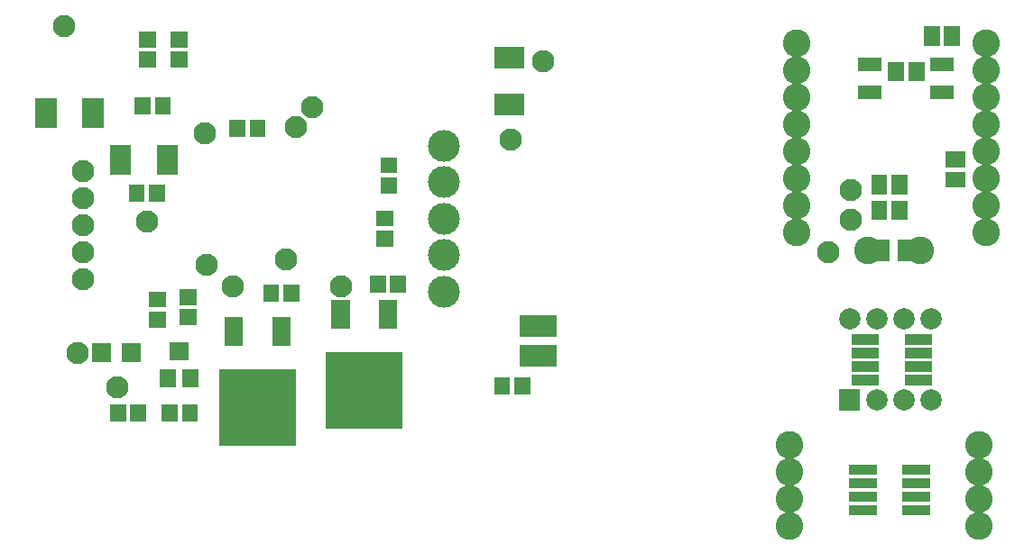
<source format=gbr>
%FSLAX32Y32*%
%MOMM*%
%LNLOETSTOP1*%
G71*
G01*
%ADD10C, 2.10*%
%ADD11C, 2.10*%
%ADD12C, 3.00*%
%ADD13C, 2.60*%
%ADD14C, 2.60*%
%ADD15C, 2.00*%
%LPD*%
G36*
X4253Y2106D02*
X4083Y2106D01*
X4083Y2376D01*
X4253Y2376D01*
X4253Y2106D01*
G37*
G36*
X3808Y2106D02*
X3638Y2106D01*
X3638Y2376D01*
X3808Y2376D01*
X3808Y2106D01*
G37*
G36*
X4305Y1167D02*
X3585Y1167D01*
X3585Y1887D01*
X4305Y1887D01*
X4305Y1167D01*
G37*
G36*
X3252Y1948D02*
X3082Y1948D01*
X3082Y2218D01*
X3252Y2218D01*
X3252Y1948D01*
G37*
G36*
X2808Y1948D02*
X2638Y1948D01*
X2638Y2218D01*
X2808Y2218D01*
X2808Y1948D01*
G37*
G36*
X3305Y1008D02*
X2585Y1008D01*
X2585Y1728D01*
X3305Y1728D01*
X3305Y1008D01*
G37*
G36*
X2028Y1731D02*
X2178Y1731D01*
X2178Y1561D01*
X2028Y1561D01*
X2028Y1731D01*
G37*
G36*
X2238Y1731D02*
X2388Y1731D01*
X2388Y1561D01*
X2238Y1561D01*
X2238Y1731D01*
G37*
G36*
X2118Y1981D02*
X2298Y1981D01*
X2298Y1811D01*
X2118Y1811D01*
X2118Y1981D01*
G37*
G36*
X1387Y1973D02*
X1567Y1973D01*
X1567Y1793D01*
X1387Y1793D01*
X1387Y1973D01*
G37*
G36*
X1667Y1973D02*
X1847Y1973D01*
X1847Y1793D01*
X1667Y1793D01*
X1667Y1973D01*
G37*
G36*
X5447Y4759D02*
X5447Y4559D01*
X5167Y4559D01*
X5167Y4759D01*
X5447Y4759D01*
G37*
G36*
X5447Y4319D02*
X5447Y4119D01*
X5167Y4119D01*
X5167Y4319D01*
X5447Y4319D01*
G37*
X1307Y3594D02*
G54D10*
D03*
X1307Y3340D02*
G54D10*
D03*
X1307Y3086D02*
G54D10*
D03*
X1307Y2832D02*
G54D10*
D03*
X1307Y2578D02*
G54D11*
D03*
X4690Y3486D02*
G54D12*
D03*
X4690Y3145D02*
G54D12*
D03*
X4690Y2804D02*
G54D12*
D03*
X4691Y3828D02*
G54D12*
D03*
X4691Y2454D02*
G54D12*
D03*
X5318Y3883D02*
G54D10*
D03*
X5628Y4621D02*
G54D10*
D03*
G36*
X1899Y1240D02*
X1749Y1240D01*
X1749Y1400D01*
X1899Y1400D01*
X1899Y1240D01*
G37*
G36*
X1709Y1240D02*
X1559Y1240D01*
X1559Y1400D01*
X1709Y1400D01*
X1709Y1240D01*
G37*
X2715Y2502D02*
G54D10*
D03*
X3731Y2502D02*
G54D10*
D03*
G36*
X3997Y2606D02*
X4147Y2606D01*
X4147Y2446D01*
X3997Y2446D01*
X3997Y2606D01*
G37*
G36*
X4187Y2606D02*
X4337Y2606D01*
X4337Y2446D01*
X4187Y2446D01*
X4187Y2606D01*
G37*
G36*
X2374Y2481D02*
X2374Y2331D01*
X2214Y2331D01*
X2214Y2481D01*
X2374Y2481D01*
G37*
G36*
X2374Y2291D02*
X2374Y2141D01*
X2214Y2141D01*
X2214Y2291D01*
X2374Y2291D01*
G37*
G36*
X3337Y2366D02*
X3187Y2366D01*
X3187Y2526D01*
X3337Y2526D01*
X3337Y2366D01*
G37*
G36*
X3147Y2366D02*
X2997Y2366D01*
X2997Y2526D01*
X3147Y2526D01*
X3147Y2366D01*
G37*
G36*
X4256Y3720D02*
X4256Y3570D01*
X4096Y3570D01*
X4096Y3720D01*
X4256Y3720D01*
G37*
G36*
X4256Y3530D02*
X4256Y3380D01*
X4096Y3380D01*
X4096Y3530D01*
X4256Y3530D01*
G37*
G36*
X2044Y1399D02*
X2194Y1399D01*
X2194Y1239D01*
X2044Y1239D01*
X2044Y1399D01*
G37*
G36*
X2234Y1399D02*
X2384Y1399D01*
X2384Y1239D01*
X2234Y1239D01*
X2234Y1399D01*
G37*
G36*
X2679Y4074D02*
X2829Y4074D01*
X2829Y3914D01*
X2679Y3914D01*
X2679Y4074D01*
G37*
G36*
X2869Y4074D02*
X3019Y4074D01*
X3019Y3914D01*
X2869Y3914D01*
X2869Y4074D01*
G37*
G36*
X2088Y2458D02*
X2088Y2308D01*
X1928Y2308D01*
X1928Y2458D01*
X2088Y2458D01*
G37*
G36*
X2088Y2268D02*
X2088Y2118D01*
X1928Y2118D01*
X1928Y2268D01*
X2088Y2268D01*
G37*
X2469Y2708D02*
G54D10*
D03*
X3207Y2756D02*
G54D10*
D03*
G36*
X4216Y3220D02*
X4216Y3070D01*
X4056Y3070D01*
X4056Y3220D01*
X4216Y3220D01*
G37*
G36*
X4216Y3030D02*
X4216Y2880D01*
X4056Y2880D01*
X4056Y3030D01*
X4216Y3030D01*
G37*
X3302Y4002D02*
G54D10*
D03*
X1254Y1883D02*
G54D10*
D03*
X1627Y1558D02*
G54D10*
D03*
G36*
X1993Y4902D02*
X1993Y4752D01*
X1833Y4752D01*
X1833Y4902D01*
X1993Y4902D01*
G37*
G36*
X1993Y4712D02*
X1993Y4562D01*
X1833Y4562D01*
X1833Y4712D01*
X1993Y4712D01*
G37*
G36*
X2287Y4902D02*
X2287Y4752D01*
X2127Y4752D01*
X2127Y4902D01*
X2287Y4902D01*
G37*
G36*
X2287Y4712D02*
X2287Y4562D01*
X2127Y4562D01*
X2127Y4712D01*
X2287Y4712D01*
G37*
X1127Y4955D02*
G54D10*
D03*
G36*
X861Y4277D02*
X1061Y4277D01*
X1061Y3997D01*
X861Y3997D01*
X861Y4277D01*
G37*
G36*
X1301Y4277D02*
X1501Y4277D01*
X1501Y3997D01*
X1301Y3997D01*
X1301Y4277D01*
G37*
G36*
X1559Y3833D02*
X1759Y3833D01*
X1759Y3553D01*
X1559Y3553D01*
X1559Y3833D01*
G37*
G36*
X1999Y3833D02*
X2199Y3833D01*
X2199Y3553D01*
X1999Y3553D01*
X1999Y3833D01*
G37*
X2453Y3947D02*
G54D10*
D03*
X3453Y4193D02*
G54D10*
D03*
G36*
X2130Y4120D02*
X1980Y4120D01*
X1980Y4280D01*
X2130Y4280D01*
X2130Y4120D01*
G37*
G36*
X1940Y4120D02*
X1790Y4120D01*
X1790Y4280D01*
X1940Y4280D01*
X1940Y4120D01*
G37*
G36*
X2075Y3302D02*
X1925Y3302D01*
X1925Y3462D01*
X2075Y3462D01*
X2075Y3302D01*
G37*
G36*
X1885Y3302D02*
X1735Y3302D01*
X1735Y3462D01*
X1885Y3462D01*
X1885Y3302D01*
G37*
X1905Y3113D02*
G54D10*
D03*
G36*
X5164Y1653D02*
X5314Y1653D01*
X5314Y1493D01*
X5164Y1493D01*
X5164Y1653D01*
G37*
G36*
X5354Y1653D02*
X5504Y1653D01*
X5504Y1493D01*
X5354Y1493D01*
X5354Y1653D01*
G37*
G36*
X5747Y2234D02*
X5747Y2034D01*
X5407Y2034D01*
X5407Y2234D01*
X5747Y2234D01*
G37*
G36*
X5747Y1954D02*
X5747Y1754D01*
X5407Y1754D01*
X5407Y1954D01*
X5747Y1954D01*
G37*
G36*
X8756Y834D02*
X8756Y734D01*
X8496Y734D01*
X8496Y834D01*
X8756Y834D01*
G37*
G36*
X8756Y707D02*
X8756Y607D01*
X8496Y607D01*
X8496Y707D01*
X8756Y707D01*
G37*
G36*
X8756Y580D02*
X8756Y480D01*
X8496Y480D01*
X8496Y580D01*
X8756Y580D01*
G37*
G36*
X8756Y453D02*
X8756Y353D01*
X8496Y353D01*
X8496Y453D01*
X8756Y453D01*
G37*
G36*
X9256Y453D02*
X9256Y353D01*
X8996Y353D01*
X8996Y453D01*
X9256Y453D01*
G37*
G36*
X9256Y580D02*
X9256Y480D01*
X8996Y480D01*
X8996Y580D01*
X9256Y580D01*
G37*
G36*
X9256Y707D02*
X9256Y607D01*
X8996Y607D01*
X8996Y707D01*
X9256Y707D01*
G37*
G36*
X9256Y834D02*
X9256Y734D01*
X8996Y734D01*
X8996Y834D01*
X9256Y834D01*
G37*
X8001Y4796D02*
G54D13*
D03*
X8001Y4542D02*
G54D13*
D03*
X8001Y4288D02*
G54D13*
D03*
X8001Y4034D02*
G54D13*
D03*
X8001Y3780D02*
G54D13*
D03*
X8001Y3526D02*
G54D13*
D03*
X8001Y3272D02*
G54D13*
D03*
X8001Y3018D02*
G54D13*
D03*
X9779Y4796D02*
G54D13*
D03*
X9779Y4542D02*
G54D13*
D03*
X9779Y4288D02*
G54D13*
D03*
X9779Y4034D02*
G54D13*
D03*
X9779Y3780D02*
G54D13*
D03*
X9779Y3526D02*
G54D13*
D03*
X9779Y3272D02*
G54D13*
D03*
X9779Y3018D02*
G54D13*
D03*
X7938Y1016D02*
G54D13*
D03*
X7938Y762D02*
G54D13*
D03*
X7938Y508D02*
G54D13*
D03*
X7938Y254D02*
G54D13*
D03*
X9716Y1016D02*
G54D13*
D03*
X9716Y762D02*
G54D13*
D03*
X9716Y508D02*
G54D13*
D03*
X9716Y254D02*
G54D13*
D03*
X9160Y2843D02*
G54D14*
D03*
X8676Y2843D02*
G54D14*
D03*
G36*
X8799Y4397D02*
X8799Y4267D01*
X8579Y4267D01*
X8579Y4397D01*
X8799Y4397D01*
G37*
G36*
X8799Y4659D02*
X8799Y4529D01*
X8579Y4529D01*
X8579Y4659D01*
X8799Y4659D01*
G37*
G36*
X9480Y4397D02*
X9480Y4267D01*
X9260Y4267D01*
X9260Y4397D01*
X9480Y4397D01*
G37*
G36*
X9480Y4659D02*
X9480Y4529D01*
X9260Y4529D01*
X9260Y4659D01*
X9480Y4659D01*
G37*
G36*
X8955Y2944D02*
X9085Y2944D01*
X9085Y2744D01*
X8955Y2744D01*
X8955Y2944D01*
G37*
G36*
X8745Y2944D02*
X8875Y2944D01*
X8875Y2744D01*
X8745Y2744D01*
X8745Y2944D01*
G37*
G36*
X9583Y3774D02*
X9583Y3624D01*
X9403Y3624D01*
X9403Y3774D01*
X9583Y3774D01*
G37*
G36*
X9583Y3584D02*
X9583Y3434D01*
X9403Y3434D01*
X9403Y3584D01*
X9583Y3584D01*
G37*
G36*
X8862Y4616D02*
X9012Y4616D01*
X9012Y4436D01*
X8862Y4436D01*
X8862Y4616D01*
G37*
G36*
X9052Y4616D02*
X9202Y4616D01*
X9202Y4436D01*
X9052Y4436D01*
X9052Y4616D01*
G37*
G36*
X9536Y4770D02*
X9386Y4770D01*
X9386Y4950D01*
X9536Y4950D01*
X9536Y4770D01*
G37*
G36*
X9346Y4770D02*
X9196Y4770D01*
X9196Y4950D01*
X9346Y4950D01*
X9346Y4770D01*
G37*
G36*
X8704Y3552D02*
X8854Y3552D01*
X8854Y3372D01*
X8704Y3372D01*
X8704Y3552D01*
G37*
G36*
X8894Y3552D02*
X9044Y3552D01*
X9044Y3372D01*
X8894Y3372D01*
X8894Y3552D01*
G37*
G36*
X8704Y3314D02*
X8854Y3314D01*
X8854Y3134D01*
X8704Y3134D01*
X8704Y3314D01*
G37*
G36*
X8894Y3314D02*
X9044Y3314D01*
X9044Y3134D01*
X8894Y3134D01*
X8894Y3314D01*
G37*
X8509Y3129D02*
G54D10*
D03*
X8509Y3415D02*
G54D10*
D03*
X8303Y2828D02*
G54D10*
D03*
G36*
X8777Y2059D02*
X8777Y1959D01*
X8517Y1959D01*
X8517Y2059D01*
X8777Y2059D01*
G37*
G36*
X8777Y1932D02*
X8777Y1832D01*
X8517Y1832D01*
X8517Y1932D01*
X8777Y1932D01*
G37*
G36*
X8777Y1805D02*
X8777Y1705D01*
X8517Y1705D01*
X8517Y1805D01*
X8777Y1805D01*
G37*
G36*
X8777Y1678D02*
X8777Y1578D01*
X8517Y1578D01*
X8517Y1678D01*
X8777Y1678D01*
G37*
G36*
X9277Y1678D02*
X9277Y1578D01*
X9017Y1578D01*
X9017Y1678D01*
X9277Y1678D01*
G37*
G36*
X9277Y1805D02*
X9277Y1705D01*
X9017Y1705D01*
X9017Y1805D01*
X9277Y1805D01*
G37*
G36*
X9277Y1932D02*
X9277Y1832D01*
X9017Y1832D01*
X9017Y1932D01*
X9277Y1932D01*
G37*
G36*
X9277Y2059D02*
X9277Y1959D01*
X9017Y1959D01*
X9017Y2059D01*
X9277Y2059D01*
G37*
G36*
X8400Y1537D02*
X8600Y1537D01*
X8600Y1337D01*
X8400Y1337D01*
X8400Y1537D01*
G37*
X8754Y1437D02*
G54D15*
D03*
X9008Y1437D02*
G54D15*
D03*
X9262Y1437D02*
G54D15*
D03*
X9262Y2199D02*
G54D15*
D03*
X9008Y2199D02*
G54D15*
D03*
X8754Y2199D02*
G54D15*
D03*
X8500Y2199D02*
G54D15*
D03*
M02*

</source>
